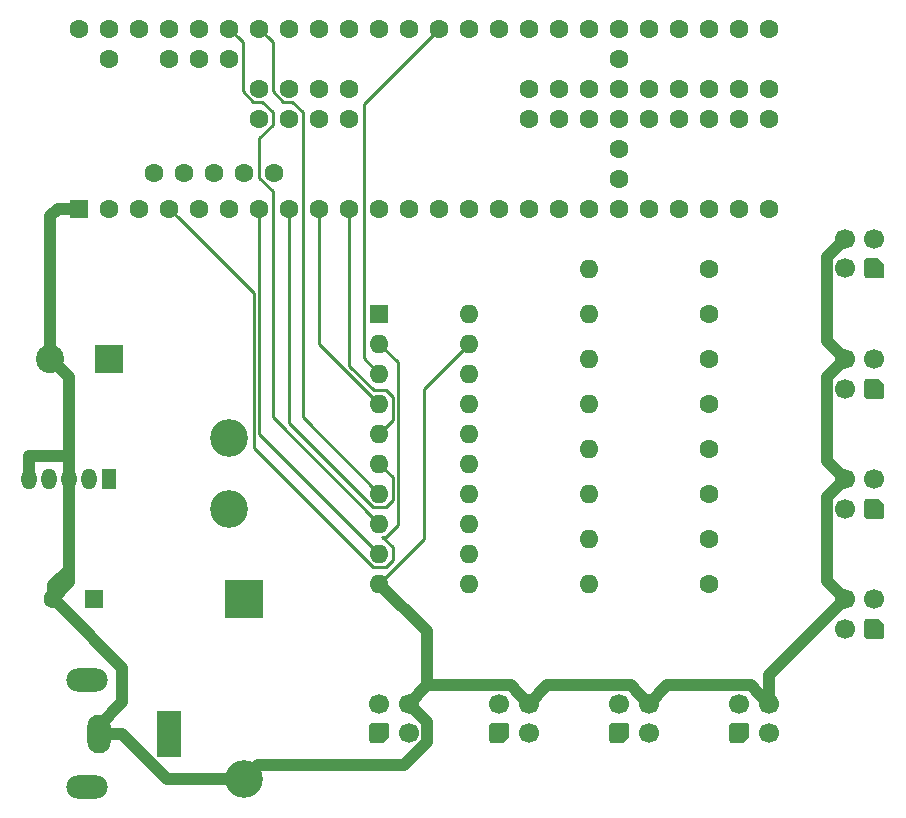
<source format=gbr>
G04 #@! TF.GenerationSoftware,KiCad,Pcbnew,(5.1.2-1)-1*
G04 #@! TF.CreationDate,2019-06-05T23:38:11-07:00*
G04 #@! TF.ProjectId,nowhere,6e6f7768-6572-4652-9e6b-696361645f70,rev?*
G04 #@! TF.SameCoordinates,Original*
G04 #@! TF.FileFunction,Copper,L2,Bot*
G04 #@! TF.FilePolarity,Positive*
%FSLAX46Y46*%
G04 Gerber Fmt 4.6, Leading zero omitted, Abs format (unit mm)*
G04 Created by KiCad (PCBNEW (5.1.2-1)-1) date 2019-06-05 23:38:11*
%MOMM*%
%LPD*%
G04 APERTURE LIST*
%ADD10O,1.600000X1.600000*%
%ADD11C,1.600000*%
%ADD12R,1.600000X1.600000*%
%ADD13R,2.400000X2.400000*%
%ADD14C,2.400000*%
%ADD15R,3.200000X3.200000*%
%ADD16O,3.200000X3.200000*%
%ADD17C,3.200000*%
%ADD18R,1.275000X1.800000*%
%ADD19O,1.275000X1.800000*%
%ADD20C,1.417157*%
%ADD21C,0.100000*%
%ADD22C,1.700000*%
%ADD23R,2.000000X4.000000*%
%ADD24O,2.000000X3.300000*%
%ADD25O,3.500000X2.000000*%
%ADD26C,1.000000*%
%ADD27C,0.250000*%
G04 APERTURE END LIST*
D10*
X114300000Y-59690000D03*
D11*
X124460000Y-59690000D03*
D12*
X72390000Y-64770000D03*
D11*
X68890000Y-64770000D03*
D13*
X73660000Y-44450000D03*
D14*
X68660000Y-44450000D03*
D15*
X85090000Y-64770000D03*
D16*
X85090000Y-80010000D03*
D17*
X83820000Y-57150000D03*
X83820000Y-51150000D03*
D10*
X114300000Y-36830000D03*
D11*
X124460000Y-36830000D03*
X124460000Y-40640000D03*
D10*
X114300000Y-40640000D03*
X114300000Y-44450000D03*
D11*
X124460000Y-44450000D03*
X124460000Y-48260000D03*
D10*
X114300000Y-48260000D03*
X114300000Y-52070000D03*
D11*
X124460000Y-52070000D03*
X124460000Y-55880000D03*
D10*
X114300000Y-55880000D03*
D11*
X124460000Y-63500000D03*
D10*
X114300000Y-63500000D03*
D11*
X111760000Y-31750000D03*
X114300000Y-31750000D03*
X116840000Y-31750000D03*
X119380000Y-31750000D03*
X109220000Y-31750000D03*
X106680000Y-31750000D03*
X104140000Y-31750000D03*
X121920000Y-31750000D03*
X124460000Y-31750000D03*
X127000000Y-31750000D03*
X129540000Y-31750000D03*
X116840000Y-29210000D03*
X116840000Y-26670000D03*
X116840000Y-24130000D03*
X116840000Y-21590000D03*
X116840000Y-19050000D03*
X129540000Y-16510000D03*
X127000000Y-16510000D03*
X124460000Y-16510000D03*
X121920000Y-16510000D03*
X119380000Y-16510000D03*
X116840000Y-16510000D03*
X114300000Y-16510000D03*
X111760000Y-16510000D03*
X101600000Y-31750000D03*
X99060000Y-31750000D03*
X96520000Y-31750000D03*
X93980000Y-31750000D03*
X91440000Y-31750000D03*
X88900000Y-31750000D03*
X86360000Y-31750000D03*
X83820000Y-31750000D03*
X81280000Y-31750000D03*
X78740000Y-31750000D03*
X76200000Y-31750000D03*
X73660000Y-31750000D03*
D12*
X71120000Y-31750000D03*
D11*
X109220000Y-16510000D03*
X106680000Y-16510000D03*
X104140000Y-16510000D03*
X101600000Y-16510000D03*
X99060000Y-16510000D03*
X96520000Y-16510000D03*
X93980000Y-16510000D03*
X91440000Y-16510000D03*
X88900000Y-16510000D03*
X86360000Y-16510000D03*
X83820000Y-16510000D03*
X81280000Y-16510000D03*
X78740000Y-16510000D03*
X76200000Y-16510000D03*
X73660000Y-16510000D03*
X71120000Y-16510000D03*
X73660000Y-19050000D03*
X78740000Y-19050000D03*
X81280000Y-19050000D03*
X83820000Y-19050000D03*
X86360000Y-24130000D03*
X88900000Y-24130000D03*
X91440000Y-24130000D03*
X93980000Y-24130000D03*
X109220000Y-24130000D03*
X111760000Y-24130000D03*
X114300000Y-24130000D03*
X119380000Y-24130000D03*
X121920000Y-24130000D03*
X124460000Y-24130000D03*
X127000000Y-24130000D03*
X129540000Y-24130000D03*
X129540000Y-21590000D03*
X127000000Y-21590000D03*
X124460000Y-21590000D03*
X121920000Y-21590000D03*
X119380000Y-21590000D03*
X114300000Y-21590000D03*
X111760000Y-21590000D03*
X109220000Y-21590000D03*
X93980000Y-21590000D03*
X91440000Y-21590000D03*
X88900000Y-21590000D03*
X86360000Y-21590000D03*
X77470000Y-28750000D03*
X80010000Y-28750000D03*
X82550000Y-28750000D03*
X85090000Y-28750000D03*
X87630000Y-28750000D03*
D12*
X96520000Y-40640000D03*
D10*
X104140000Y-63500000D03*
X96520000Y-43180000D03*
X104140000Y-60960000D03*
X96520000Y-45720000D03*
X104140000Y-58420000D03*
X96520000Y-48260000D03*
X104140000Y-55880000D03*
X96520000Y-50800000D03*
X104140000Y-53340000D03*
X96520000Y-53340000D03*
X104140000Y-50800000D03*
X96520000Y-55880000D03*
X104140000Y-48260000D03*
X96520000Y-58420000D03*
X104140000Y-45720000D03*
X96520000Y-60960000D03*
X104140000Y-43180000D03*
X96520000Y-63500000D03*
X104140000Y-40640000D03*
D18*
X73660000Y-54610000D03*
D19*
X71960000Y-54610000D03*
X70260000Y-54610000D03*
X68560000Y-54610000D03*
X66860000Y-54610000D03*
D20*
X138430000Y-36790000D03*
D21*
G36*
X137781227Y-37635196D02*
G01*
X137734329Y-37620970D01*
X137691107Y-37597867D01*
X137653223Y-37566777D01*
X137622133Y-37528893D01*
X137599030Y-37485671D01*
X137584804Y-37438773D01*
X137580000Y-37390000D01*
X137580000Y-36190000D01*
X137584804Y-36141227D01*
X137599030Y-36094329D01*
X137622133Y-36051107D01*
X137653223Y-36013223D01*
X137691107Y-35982133D01*
X137734329Y-35959030D01*
X137781227Y-35944804D01*
X137830000Y-35940000D01*
X138630000Y-35940000D01*
X138678773Y-35944804D01*
X138725671Y-35959030D01*
X138768893Y-35982133D01*
X138806777Y-36013223D01*
X139206777Y-36413223D01*
X139237867Y-36451107D01*
X139260970Y-36494329D01*
X139275196Y-36541227D01*
X139280000Y-36590000D01*
X139280000Y-37390000D01*
X139275196Y-37438773D01*
X139260970Y-37485671D01*
X139237867Y-37528893D01*
X139206777Y-37566777D01*
X139168893Y-37597867D01*
X139125671Y-37620970D01*
X139078773Y-37635196D01*
X139030000Y-37640000D01*
X137830000Y-37640000D01*
X137781227Y-37635196D01*
X137781227Y-37635196D01*
G37*
D22*
X138430000Y-34290000D03*
X135930000Y-36790000D03*
X135930000Y-34290000D03*
D20*
X138430000Y-46990000D03*
D21*
G36*
X137781227Y-47835196D02*
G01*
X137734329Y-47820970D01*
X137691107Y-47797867D01*
X137653223Y-47766777D01*
X137622133Y-47728893D01*
X137599030Y-47685671D01*
X137584804Y-47638773D01*
X137580000Y-47590000D01*
X137580000Y-46390000D01*
X137584804Y-46341227D01*
X137599030Y-46294329D01*
X137622133Y-46251107D01*
X137653223Y-46213223D01*
X137691107Y-46182133D01*
X137734329Y-46159030D01*
X137781227Y-46144804D01*
X137830000Y-46140000D01*
X138630000Y-46140000D01*
X138678773Y-46144804D01*
X138725671Y-46159030D01*
X138768893Y-46182133D01*
X138806777Y-46213223D01*
X139206777Y-46613223D01*
X139237867Y-46651107D01*
X139260970Y-46694329D01*
X139275196Y-46741227D01*
X139280000Y-46790000D01*
X139280000Y-47590000D01*
X139275196Y-47638773D01*
X139260970Y-47685671D01*
X139237867Y-47728893D01*
X139206777Y-47766777D01*
X139168893Y-47797867D01*
X139125671Y-47820970D01*
X139078773Y-47835196D01*
X139030000Y-47840000D01*
X137830000Y-47840000D01*
X137781227Y-47835196D01*
X137781227Y-47835196D01*
G37*
D22*
X138430000Y-44490000D03*
X135930000Y-46990000D03*
X135930000Y-44490000D03*
X135930000Y-54650000D03*
X135930000Y-57150000D03*
X138430000Y-54650000D03*
D20*
X138430000Y-57150000D03*
D21*
G36*
X137781227Y-57995196D02*
G01*
X137734329Y-57980970D01*
X137691107Y-57957867D01*
X137653223Y-57926777D01*
X137622133Y-57888893D01*
X137599030Y-57845671D01*
X137584804Y-57798773D01*
X137580000Y-57750000D01*
X137580000Y-56550000D01*
X137584804Y-56501227D01*
X137599030Y-56454329D01*
X137622133Y-56411107D01*
X137653223Y-56373223D01*
X137691107Y-56342133D01*
X137734329Y-56319030D01*
X137781227Y-56304804D01*
X137830000Y-56300000D01*
X138630000Y-56300000D01*
X138678773Y-56304804D01*
X138725671Y-56319030D01*
X138768893Y-56342133D01*
X138806777Y-56373223D01*
X139206777Y-56773223D01*
X139237867Y-56811107D01*
X139260970Y-56854329D01*
X139275196Y-56901227D01*
X139280000Y-56950000D01*
X139280000Y-57750000D01*
X139275196Y-57798773D01*
X139260970Y-57845671D01*
X139237867Y-57888893D01*
X139206777Y-57926777D01*
X139168893Y-57957867D01*
X139125671Y-57980970D01*
X139078773Y-57995196D01*
X139030000Y-58000000D01*
X137830000Y-58000000D01*
X137781227Y-57995196D01*
X137781227Y-57995196D01*
G37*
D20*
X138430000Y-67310000D03*
D21*
G36*
X137781227Y-68155196D02*
G01*
X137734329Y-68140970D01*
X137691107Y-68117867D01*
X137653223Y-68086777D01*
X137622133Y-68048893D01*
X137599030Y-68005671D01*
X137584804Y-67958773D01*
X137580000Y-67910000D01*
X137580000Y-66710000D01*
X137584804Y-66661227D01*
X137599030Y-66614329D01*
X137622133Y-66571107D01*
X137653223Y-66533223D01*
X137691107Y-66502133D01*
X137734329Y-66479030D01*
X137781227Y-66464804D01*
X137830000Y-66460000D01*
X138630000Y-66460000D01*
X138678773Y-66464804D01*
X138725671Y-66479030D01*
X138768893Y-66502133D01*
X138806777Y-66533223D01*
X139206777Y-66933223D01*
X139237867Y-66971107D01*
X139260970Y-67014329D01*
X139275196Y-67061227D01*
X139280000Y-67110000D01*
X139280000Y-67910000D01*
X139275196Y-67958773D01*
X139260970Y-68005671D01*
X139237867Y-68048893D01*
X139206777Y-68086777D01*
X139168893Y-68117867D01*
X139125671Y-68140970D01*
X139078773Y-68155196D01*
X139030000Y-68160000D01*
X137830000Y-68160000D01*
X137781227Y-68155196D01*
X137781227Y-68155196D01*
G37*
D22*
X138430000Y-64810000D03*
X135930000Y-67310000D03*
X135930000Y-64810000D03*
X129500000Y-73660000D03*
X127000000Y-73660000D03*
X129500000Y-76160000D03*
D20*
X127000000Y-76160000D03*
D21*
G36*
X126154804Y-75511227D02*
G01*
X126169030Y-75464329D01*
X126192133Y-75421107D01*
X126223223Y-75383223D01*
X126261107Y-75352133D01*
X126304329Y-75329030D01*
X126351227Y-75314804D01*
X126400000Y-75310000D01*
X127600000Y-75310000D01*
X127648773Y-75314804D01*
X127695671Y-75329030D01*
X127738893Y-75352133D01*
X127776777Y-75383223D01*
X127807867Y-75421107D01*
X127830970Y-75464329D01*
X127845196Y-75511227D01*
X127850000Y-75560000D01*
X127850000Y-76360000D01*
X127845196Y-76408773D01*
X127830970Y-76455671D01*
X127807867Y-76498893D01*
X127776777Y-76536777D01*
X127376777Y-76936777D01*
X127338893Y-76967867D01*
X127295671Y-76990970D01*
X127248773Y-77005196D01*
X127200000Y-77010000D01*
X126400000Y-77010000D01*
X126351227Y-77005196D01*
X126304329Y-76990970D01*
X126261107Y-76967867D01*
X126223223Y-76936777D01*
X126192133Y-76898893D01*
X126169030Y-76855671D01*
X126154804Y-76808773D01*
X126150000Y-76760000D01*
X126150000Y-75560000D01*
X126154804Y-75511227D01*
X126154804Y-75511227D01*
G37*
D20*
X116840000Y-76160000D03*
D21*
G36*
X115994804Y-75511227D02*
G01*
X116009030Y-75464329D01*
X116032133Y-75421107D01*
X116063223Y-75383223D01*
X116101107Y-75352133D01*
X116144329Y-75329030D01*
X116191227Y-75314804D01*
X116240000Y-75310000D01*
X117440000Y-75310000D01*
X117488773Y-75314804D01*
X117535671Y-75329030D01*
X117578893Y-75352133D01*
X117616777Y-75383223D01*
X117647867Y-75421107D01*
X117670970Y-75464329D01*
X117685196Y-75511227D01*
X117690000Y-75560000D01*
X117690000Y-76360000D01*
X117685196Y-76408773D01*
X117670970Y-76455671D01*
X117647867Y-76498893D01*
X117616777Y-76536777D01*
X117216777Y-76936777D01*
X117178893Y-76967867D01*
X117135671Y-76990970D01*
X117088773Y-77005196D01*
X117040000Y-77010000D01*
X116240000Y-77010000D01*
X116191227Y-77005196D01*
X116144329Y-76990970D01*
X116101107Y-76967867D01*
X116063223Y-76936777D01*
X116032133Y-76898893D01*
X116009030Y-76855671D01*
X115994804Y-76808773D01*
X115990000Y-76760000D01*
X115990000Y-75560000D01*
X115994804Y-75511227D01*
X115994804Y-75511227D01*
G37*
D22*
X119340000Y-76160000D03*
X116840000Y-73660000D03*
X119340000Y-73660000D03*
X109180000Y-73660000D03*
X106680000Y-73660000D03*
X109180000Y-76160000D03*
D20*
X106680000Y-76160000D03*
D21*
G36*
X105834804Y-75511227D02*
G01*
X105849030Y-75464329D01*
X105872133Y-75421107D01*
X105903223Y-75383223D01*
X105941107Y-75352133D01*
X105984329Y-75329030D01*
X106031227Y-75314804D01*
X106080000Y-75310000D01*
X107280000Y-75310000D01*
X107328773Y-75314804D01*
X107375671Y-75329030D01*
X107418893Y-75352133D01*
X107456777Y-75383223D01*
X107487867Y-75421107D01*
X107510970Y-75464329D01*
X107525196Y-75511227D01*
X107530000Y-75560000D01*
X107530000Y-76360000D01*
X107525196Y-76408773D01*
X107510970Y-76455671D01*
X107487867Y-76498893D01*
X107456777Y-76536777D01*
X107056777Y-76936777D01*
X107018893Y-76967867D01*
X106975671Y-76990970D01*
X106928773Y-77005196D01*
X106880000Y-77010000D01*
X106080000Y-77010000D01*
X106031227Y-77005196D01*
X105984329Y-76990970D01*
X105941107Y-76967867D01*
X105903223Y-76936777D01*
X105872133Y-76898893D01*
X105849030Y-76855671D01*
X105834804Y-76808773D01*
X105830000Y-76760000D01*
X105830000Y-75560000D01*
X105834804Y-75511227D01*
X105834804Y-75511227D01*
G37*
D20*
X96520000Y-76160000D03*
D21*
G36*
X95674804Y-75511227D02*
G01*
X95689030Y-75464329D01*
X95712133Y-75421107D01*
X95743223Y-75383223D01*
X95781107Y-75352133D01*
X95824329Y-75329030D01*
X95871227Y-75314804D01*
X95920000Y-75310000D01*
X97120000Y-75310000D01*
X97168773Y-75314804D01*
X97215671Y-75329030D01*
X97258893Y-75352133D01*
X97296777Y-75383223D01*
X97327867Y-75421107D01*
X97350970Y-75464329D01*
X97365196Y-75511227D01*
X97370000Y-75560000D01*
X97370000Y-76360000D01*
X97365196Y-76408773D01*
X97350970Y-76455671D01*
X97327867Y-76498893D01*
X97296777Y-76536777D01*
X96896777Y-76936777D01*
X96858893Y-76967867D01*
X96815671Y-76990970D01*
X96768773Y-77005196D01*
X96720000Y-77010000D01*
X95920000Y-77010000D01*
X95871227Y-77005196D01*
X95824329Y-76990970D01*
X95781107Y-76967867D01*
X95743223Y-76936777D01*
X95712133Y-76898893D01*
X95689030Y-76855671D01*
X95674804Y-76808773D01*
X95670000Y-76760000D01*
X95670000Y-75560000D01*
X95674804Y-75511227D01*
X95674804Y-75511227D01*
G37*
D22*
X99020000Y-76160000D03*
X96520000Y-73660000D03*
X99020000Y-73660000D03*
D23*
X78740000Y-76200000D03*
D24*
X72740000Y-76200000D03*
D25*
X71740000Y-71700000D03*
X71740000Y-80700000D03*
D26*
X82827259Y-80010000D02*
X85090000Y-80010000D01*
X78550000Y-80010000D02*
X82827259Y-80010000D01*
X74740000Y-76200000D02*
X78550000Y-80010000D01*
X72740000Y-76200000D02*
X74740000Y-76200000D01*
X99869999Y-74509999D02*
X99020000Y-73660000D01*
X100570001Y-75210001D02*
X99869999Y-74509999D01*
X100570001Y-76904001D02*
X100570001Y-75210001D01*
X98624001Y-78850001D02*
X100570001Y-76904001D01*
X86249999Y-78850001D02*
X98624001Y-78850001D01*
X85090000Y-80010000D02*
X86249999Y-78850001D01*
X108330001Y-72810001D02*
X109180000Y-73660000D01*
X107629999Y-72109999D02*
X108330001Y-72810001D01*
X100570001Y-72109999D02*
X107629999Y-72109999D01*
X99020000Y-73660000D02*
X100570001Y-72109999D01*
X118490001Y-72810001D02*
X119340000Y-73660000D01*
X117789999Y-72109999D02*
X118490001Y-72810001D01*
X110730001Y-72109999D02*
X117789999Y-72109999D01*
X109180000Y-73660000D02*
X110730001Y-72109999D01*
X128650001Y-72810001D02*
X129500000Y-73660000D01*
X127949999Y-72109999D02*
X128650001Y-72810001D01*
X120890001Y-72109999D02*
X127949999Y-72109999D01*
X119340000Y-73660000D02*
X120890001Y-72109999D01*
X129500000Y-71240000D02*
X135930000Y-64810000D01*
X129500000Y-73660000D02*
X129500000Y-71240000D01*
X135080001Y-55499999D02*
X135930000Y-54650000D01*
X134379999Y-56200001D02*
X135080001Y-55499999D01*
X134379999Y-63259999D02*
X134379999Y-56200001D01*
X135930000Y-64810000D02*
X134379999Y-63259999D01*
X135080001Y-45339999D02*
X135930000Y-44490000D01*
X134379999Y-46040001D02*
X135080001Y-45339999D01*
X134379999Y-53099999D02*
X134379999Y-46040001D01*
X135930000Y-54650000D02*
X134379999Y-53099999D01*
X135080001Y-35139999D02*
X135930000Y-34290000D01*
X134379999Y-35840001D02*
X135080001Y-35139999D01*
X134379999Y-42939999D02*
X134379999Y-35840001D01*
X135930000Y-44490000D02*
X134379999Y-42939999D01*
X100570001Y-67550001D02*
X96520000Y-63500000D01*
X100570001Y-72109999D02*
X100570001Y-67550001D01*
X69689999Y-65569999D02*
X68890000Y-64770000D01*
X74740000Y-70620000D02*
X69689999Y-65569999D01*
X74740000Y-73550000D02*
X74740000Y-70620000D01*
X72740000Y-75550000D02*
X74740000Y-73550000D01*
X72740000Y-76200000D02*
X72740000Y-75550000D01*
X69859999Y-45649999D02*
X68660000Y-44450000D01*
X70197510Y-45987510D02*
X69859999Y-45649999D01*
X70197510Y-62331120D02*
X70197510Y-45987510D01*
X68890000Y-63638630D02*
X70197510Y-62331120D01*
X68890000Y-64770000D02*
X68890000Y-63638630D01*
X70260000Y-63400000D02*
X68890000Y-64770000D01*
X70260000Y-54610000D02*
X70260000Y-63400000D01*
X66860000Y-52710000D02*
X66860000Y-54610000D01*
X66860010Y-52709990D02*
X66860000Y-52710000D01*
X70260000Y-52710000D02*
X70259990Y-52709990D01*
X70259990Y-52709990D02*
X66860010Y-52709990D01*
X70260000Y-54610000D02*
X70260000Y-52710000D01*
X68660000Y-32410000D02*
X69320000Y-31750000D01*
X69320000Y-31750000D02*
X71120000Y-31750000D01*
X68660000Y-44450000D02*
X68660000Y-32410000D01*
D27*
X96520000Y-63500000D02*
X100330000Y-59690000D01*
X100330000Y-46990000D02*
X104140000Y-43180000D01*
X100330000Y-59690000D02*
X100330000Y-46990000D01*
X97319999Y-50000001D02*
X96520000Y-50800000D01*
X97645001Y-49674999D02*
X97319999Y-50000001D01*
X97645001Y-47719999D02*
X97645001Y-49674999D01*
X97060001Y-47134999D02*
X97645001Y-47719999D01*
X96031409Y-47134999D02*
X97060001Y-47134999D01*
X93980000Y-45083590D02*
X96031409Y-47134999D01*
X93980000Y-31750000D02*
X93980000Y-45083590D01*
X91440000Y-43180000D02*
X91440000Y-31750000D01*
X96520000Y-48260000D02*
X91440000Y-43180000D01*
X88900000Y-32881370D02*
X88900000Y-31750000D01*
X88900000Y-49925002D02*
X88900000Y-32881370D01*
X95979999Y-57005001D02*
X88900000Y-49925002D01*
X97060001Y-57005001D02*
X95979999Y-57005001D01*
X97645001Y-56420001D02*
X97060001Y-57005001D01*
X97645001Y-54465001D02*
X97645001Y-56420001D01*
X96520000Y-53340000D02*
X97645001Y-54465001D01*
X86360000Y-50800000D02*
X86360000Y-31750000D01*
X96520000Y-60960000D02*
X86360000Y-50800000D01*
X79539999Y-32549999D02*
X78740000Y-31750000D01*
X85909990Y-38919990D02*
X79539999Y-32549999D01*
X85909990Y-52014992D02*
X85909990Y-38919990D01*
X95979999Y-62085001D02*
X85909990Y-52014992D01*
X97060001Y-62085001D02*
X95979999Y-62085001D01*
X97645001Y-61500001D02*
X97060001Y-62085001D01*
X97645001Y-60419999D02*
X97645001Y-61500001D01*
X96770003Y-59545001D02*
X97645001Y-60419999D01*
X97060001Y-59545001D02*
X96770003Y-59545001D01*
X98095010Y-58509992D02*
X97060001Y-59545001D01*
X98095010Y-44755010D02*
X98095010Y-58509992D01*
X96520000Y-43180000D02*
X98095010Y-44755010D01*
X100800001Y-17309999D02*
X101600000Y-16510000D01*
X95194999Y-22915001D02*
X100800001Y-17309999D01*
X95194999Y-44394999D02*
X95194999Y-22915001D01*
X96520000Y-45720000D02*
X95194999Y-44394999D01*
X87159999Y-17309999D02*
X86360000Y-16510000D01*
X87485001Y-17635001D02*
X87159999Y-17309999D01*
X87485001Y-21840003D02*
X87485001Y-17635001D01*
X88359999Y-22715001D02*
X87485001Y-21840003D01*
X89150003Y-22715001D02*
X88359999Y-22715001D01*
X90025001Y-23589999D02*
X89150003Y-22715001D01*
X90025001Y-49385001D02*
X90025001Y-23589999D01*
X96520000Y-55880000D02*
X90025001Y-49385001D01*
X84619999Y-17309999D02*
X83820000Y-16510000D01*
X84945001Y-17635001D02*
X84619999Y-17309999D01*
X84945001Y-21840003D02*
X84945001Y-17635001D01*
X85819999Y-22715001D02*
X84945001Y-21840003D01*
X86610003Y-22715001D02*
X85819999Y-22715001D01*
X87485001Y-23589999D02*
X86610003Y-22715001D01*
X87485001Y-24670001D02*
X87485001Y-23589999D01*
X86360000Y-25795002D02*
X87485001Y-24670001D01*
X86360000Y-29145002D02*
X86360000Y-25795002D01*
X87485001Y-30270003D02*
X86360000Y-29145002D01*
X87485001Y-49385001D02*
X87485001Y-30270003D01*
X96520000Y-58420000D02*
X87485001Y-49385001D01*
M02*

</source>
